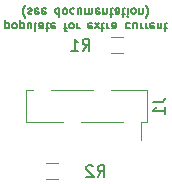
<source format=gbo>
G04 #@! TF.FileFunction,Legend,Bot*
%FSLAX46Y46*%
G04 Gerber Fmt 4.6, Leading zero omitted, Abs format (unit mm)*
G04 Created by KiCad (PCBNEW 4.0.7) date 02/19/18 15:56:58*
%MOMM*%
%LPD*%
G01*
G04 APERTURE LIST*
%ADD10C,0.100000*%
%ADD11C,0.175000*%
%ADD12C,0.120000*%
%ADD13C,0.150000*%
G04 APERTURE END LIST*
D10*
D11*
X160662869Y-85801039D02*
X160662869Y-85101039D01*
X160662869Y-85767706D02*
X160729535Y-85801039D01*
X160862869Y-85801039D01*
X160929535Y-85767706D01*
X160962869Y-85734372D01*
X160996202Y-85667706D01*
X160996202Y-85467706D01*
X160962869Y-85401039D01*
X160929535Y-85367706D01*
X160862869Y-85334372D01*
X160729535Y-85334372D01*
X160662869Y-85367706D01*
X161396202Y-85334372D02*
X161329535Y-85367706D01*
X161296202Y-85401039D01*
X161262868Y-85467706D01*
X161262868Y-85667706D01*
X161296202Y-85734372D01*
X161329535Y-85767706D01*
X161396202Y-85801039D01*
X161496202Y-85801039D01*
X161562868Y-85767706D01*
X161596202Y-85734372D01*
X161629535Y-85667706D01*
X161629535Y-85467706D01*
X161596202Y-85401039D01*
X161562868Y-85367706D01*
X161496202Y-85334372D01*
X161396202Y-85334372D01*
X161929535Y-85801039D02*
X161929535Y-85101039D01*
X161929535Y-85767706D02*
X161996201Y-85801039D01*
X162129535Y-85801039D01*
X162196201Y-85767706D01*
X162229535Y-85734372D01*
X162262868Y-85667706D01*
X162262868Y-85467706D01*
X162229535Y-85401039D01*
X162196201Y-85367706D01*
X162129535Y-85334372D01*
X161996201Y-85334372D01*
X161929535Y-85367706D01*
X162862868Y-85801039D02*
X162862868Y-85334372D01*
X162562868Y-85801039D02*
X162562868Y-85434372D01*
X162596201Y-85367706D01*
X162662868Y-85334372D01*
X162762868Y-85334372D01*
X162829534Y-85367706D01*
X162862868Y-85401039D01*
X163296201Y-85334372D02*
X163229534Y-85367706D01*
X163196201Y-85434372D01*
X163196201Y-86034372D01*
X163862868Y-85334372D02*
X163862868Y-85701039D01*
X163829534Y-85767706D01*
X163762868Y-85801039D01*
X163629534Y-85801039D01*
X163562868Y-85767706D01*
X163862868Y-85367706D02*
X163796201Y-85334372D01*
X163629534Y-85334372D01*
X163562868Y-85367706D01*
X163529534Y-85434372D01*
X163529534Y-85501039D01*
X163562868Y-85567706D01*
X163629534Y-85601039D01*
X163796201Y-85601039D01*
X163862868Y-85634372D01*
X164096201Y-85801039D02*
X164362867Y-85801039D01*
X164196201Y-86034372D02*
X164196201Y-85434372D01*
X164229534Y-85367706D01*
X164296201Y-85334372D01*
X164362867Y-85334372D01*
X164862867Y-85367706D02*
X164796201Y-85334372D01*
X164662867Y-85334372D01*
X164596201Y-85367706D01*
X164562867Y-85434372D01*
X164562867Y-85701039D01*
X164596201Y-85767706D01*
X164662867Y-85801039D01*
X164796201Y-85801039D01*
X164862867Y-85767706D01*
X164896201Y-85701039D01*
X164896201Y-85634372D01*
X164562867Y-85567706D01*
X165629534Y-85801039D02*
X165896200Y-85801039D01*
X165729534Y-85334372D02*
X165729534Y-85934372D01*
X165762867Y-86001039D01*
X165829534Y-86034372D01*
X165896200Y-86034372D01*
X166229534Y-85334372D02*
X166162867Y-85367706D01*
X166129534Y-85401039D01*
X166096200Y-85467706D01*
X166096200Y-85667706D01*
X166129534Y-85734372D01*
X166162867Y-85767706D01*
X166229534Y-85801039D01*
X166329534Y-85801039D01*
X166396200Y-85767706D01*
X166429534Y-85734372D01*
X166462867Y-85667706D01*
X166462867Y-85467706D01*
X166429534Y-85401039D01*
X166396200Y-85367706D01*
X166329534Y-85334372D01*
X166229534Y-85334372D01*
X166762867Y-85334372D02*
X166762867Y-85801039D01*
X166762867Y-85667706D02*
X166796200Y-85734372D01*
X166829533Y-85767706D01*
X166896200Y-85801039D01*
X166962867Y-85801039D01*
X167996199Y-85367706D02*
X167929533Y-85334372D01*
X167796199Y-85334372D01*
X167729533Y-85367706D01*
X167696199Y-85434372D01*
X167696199Y-85701039D01*
X167729533Y-85767706D01*
X167796199Y-85801039D01*
X167929533Y-85801039D01*
X167996199Y-85767706D01*
X168029533Y-85701039D01*
X168029533Y-85634372D01*
X167696199Y-85567706D01*
X168262866Y-85334372D02*
X168629533Y-85801039D01*
X168262866Y-85801039D02*
X168629533Y-85334372D01*
X168796200Y-85801039D02*
X169062866Y-85801039D01*
X168896200Y-86034372D02*
X168896200Y-85434372D01*
X168929533Y-85367706D01*
X168996200Y-85334372D01*
X169062866Y-85334372D01*
X169296200Y-85334372D02*
X169296200Y-85801039D01*
X169296200Y-85667706D02*
X169329533Y-85734372D01*
X169362866Y-85767706D01*
X169429533Y-85801039D01*
X169496200Y-85801039D01*
X170029533Y-85334372D02*
X170029533Y-85701039D01*
X169996199Y-85767706D01*
X169929533Y-85801039D01*
X169796199Y-85801039D01*
X169729533Y-85767706D01*
X170029533Y-85367706D02*
X169962866Y-85334372D01*
X169796199Y-85334372D01*
X169729533Y-85367706D01*
X169696199Y-85434372D01*
X169696199Y-85501039D01*
X169729533Y-85567706D01*
X169796199Y-85601039D01*
X169962866Y-85601039D01*
X170029533Y-85634372D01*
X171196199Y-85367706D02*
X171129532Y-85334372D01*
X170996199Y-85334372D01*
X170929532Y-85367706D01*
X170896199Y-85401039D01*
X170862865Y-85467706D01*
X170862865Y-85667706D01*
X170896199Y-85734372D01*
X170929532Y-85767706D01*
X170996199Y-85801039D01*
X171129532Y-85801039D01*
X171196199Y-85767706D01*
X171796199Y-85801039D02*
X171796199Y-85334372D01*
X171496199Y-85801039D02*
X171496199Y-85434372D01*
X171529532Y-85367706D01*
X171596199Y-85334372D01*
X171696199Y-85334372D01*
X171762865Y-85367706D01*
X171796199Y-85401039D01*
X172129532Y-85334372D02*
X172129532Y-85801039D01*
X172129532Y-85667706D02*
X172162865Y-85734372D01*
X172196198Y-85767706D01*
X172262865Y-85801039D01*
X172329532Y-85801039D01*
X172562865Y-85334372D02*
X172562865Y-85801039D01*
X172562865Y-85667706D02*
X172596198Y-85734372D01*
X172629531Y-85767706D01*
X172696198Y-85801039D01*
X172762865Y-85801039D01*
X173262864Y-85367706D02*
X173196198Y-85334372D01*
X173062864Y-85334372D01*
X172996198Y-85367706D01*
X172962864Y-85434372D01*
X172962864Y-85701039D01*
X172996198Y-85767706D01*
X173062864Y-85801039D01*
X173196198Y-85801039D01*
X173262864Y-85767706D01*
X173296198Y-85701039D01*
X173296198Y-85634372D01*
X172962864Y-85567706D01*
X173596198Y-85801039D02*
X173596198Y-85334372D01*
X173596198Y-85734372D02*
X173629531Y-85767706D01*
X173696198Y-85801039D01*
X173796198Y-85801039D01*
X173862864Y-85767706D01*
X173896198Y-85701039D01*
X173896198Y-85334372D01*
X174129531Y-85801039D02*
X174396197Y-85801039D01*
X174229531Y-86034372D02*
X174229531Y-85434372D01*
X174262864Y-85367706D01*
X174329531Y-85334372D01*
X174396197Y-85334372D01*
X162379535Y-83842706D02*
X162346201Y-83876039D01*
X162279535Y-83976039D01*
X162246201Y-84042706D01*
X162212868Y-84142706D01*
X162179535Y-84309372D01*
X162179535Y-84442706D01*
X162212868Y-84609372D01*
X162246201Y-84709372D01*
X162279535Y-84776039D01*
X162346201Y-84876039D01*
X162379535Y-84909372D01*
X162612868Y-84142706D02*
X162679535Y-84109372D01*
X162812868Y-84109372D01*
X162879535Y-84142706D01*
X162912868Y-84209372D01*
X162912868Y-84242706D01*
X162879535Y-84309372D01*
X162812868Y-84342706D01*
X162712868Y-84342706D01*
X162646202Y-84376039D01*
X162612868Y-84442706D01*
X162612868Y-84476039D01*
X162646202Y-84542706D01*
X162712868Y-84576039D01*
X162812868Y-84576039D01*
X162879535Y-84542706D01*
X163479535Y-84142706D02*
X163412869Y-84109372D01*
X163279535Y-84109372D01*
X163212869Y-84142706D01*
X163179535Y-84209372D01*
X163179535Y-84476039D01*
X163212869Y-84542706D01*
X163279535Y-84576039D01*
X163412869Y-84576039D01*
X163479535Y-84542706D01*
X163512869Y-84476039D01*
X163512869Y-84409372D01*
X163179535Y-84342706D01*
X164079535Y-84142706D02*
X164012869Y-84109372D01*
X163879535Y-84109372D01*
X163812869Y-84142706D01*
X163779535Y-84209372D01*
X163779535Y-84476039D01*
X163812869Y-84542706D01*
X163879535Y-84576039D01*
X164012869Y-84576039D01*
X164079535Y-84542706D01*
X164112869Y-84476039D01*
X164112869Y-84409372D01*
X163779535Y-84342706D01*
X165246202Y-84109372D02*
X165246202Y-84809372D01*
X165246202Y-84142706D02*
X165179535Y-84109372D01*
X165046202Y-84109372D01*
X164979535Y-84142706D01*
X164946202Y-84176039D01*
X164912868Y-84242706D01*
X164912868Y-84442706D01*
X164946202Y-84509372D01*
X164979535Y-84542706D01*
X165046202Y-84576039D01*
X165179535Y-84576039D01*
X165246202Y-84542706D01*
X165679535Y-84109372D02*
X165612868Y-84142706D01*
X165579535Y-84176039D01*
X165546201Y-84242706D01*
X165546201Y-84442706D01*
X165579535Y-84509372D01*
X165612868Y-84542706D01*
X165679535Y-84576039D01*
X165779535Y-84576039D01*
X165846201Y-84542706D01*
X165879535Y-84509372D01*
X165912868Y-84442706D01*
X165912868Y-84242706D01*
X165879535Y-84176039D01*
X165846201Y-84142706D01*
X165779535Y-84109372D01*
X165679535Y-84109372D01*
X166512868Y-84142706D02*
X166446201Y-84109372D01*
X166312868Y-84109372D01*
X166246201Y-84142706D01*
X166212868Y-84176039D01*
X166179534Y-84242706D01*
X166179534Y-84442706D01*
X166212868Y-84509372D01*
X166246201Y-84542706D01*
X166312868Y-84576039D01*
X166446201Y-84576039D01*
X166512868Y-84542706D01*
X167112868Y-84576039D02*
X167112868Y-84109372D01*
X166812868Y-84576039D02*
X166812868Y-84209372D01*
X166846201Y-84142706D01*
X166912868Y-84109372D01*
X167012868Y-84109372D01*
X167079534Y-84142706D01*
X167112868Y-84176039D01*
X167446201Y-84109372D02*
X167446201Y-84576039D01*
X167446201Y-84509372D02*
X167479534Y-84542706D01*
X167546201Y-84576039D01*
X167646201Y-84576039D01*
X167712867Y-84542706D01*
X167746201Y-84476039D01*
X167746201Y-84109372D01*
X167746201Y-84476039D02*
X167779534Y-84542706D01*
X167846201Y-84576039D01*
X167946201Y-84576039D01*
X168012867Y-84542706D01*
X168046201Y-84476039D01*
X168046201Y-84109372D01*
X168646200Y-84142706D02*
X168579534Y-84109372D01*
X168446200Y-84109372D01*
X168379534Y-84142706D01*
X168346200Y-84209372D01*
X168346200Y-84476039D01*
X168379534Y-84542706D01*
X168446200Y-84576039D01*
X168579534Y-84576039D01*
X168646200Y-84542706D01*
X168679534Y-84476039D01*
X168679534Y-84409372D01*
X168346200Y-84342706D01*
X168979534Y-84576039D02*
X168979534Y-84109372D01*
X168979534Y-84509372D02*
X169012867Y-84542706D01*
X169079534Y-84576039D01*
X169179534Y-84576039D01*
X169246200Y-84542706D01*
X169279534Y-84476039D01*
X169279534Y-84109372D01*
X169512867Y-84576039D02*
X169779533Y-84576039D01*
X169612867Y-84809372D02*
X169612867Y-84209372D01*
X169646200Y-84142706D01*
X169712867Y-84109372D01*
X169779533Y-84109372D01*
X170312867Y-84109372D02*
X170312867Y-84476039D01*
X170279533Y-84542706D01*
X170212867Y-84576039D01*
X170079533Y-84576039D01*
X170012867Y-84542706D01*
X170312867Y-84142706D02*
X170246200Y-84109372D01*
X170079533Y-84109372D01*
X170012867Y-84142706D01*
X169979533Y-84209372D01*
X169979533Y-84276039D01*
X170012867Y-84342706D01*
X170079533Y-84376039D01*
X170246200Y-84376039D01*
X170312867Y-84409372D01*
X170546200Y-84576039D02*
X170812866Y-84576039D01*
X170646200Y-84809372D02*
X170646200Y-84209372D01*
X170679533Y-84142706D01*
X170746200Y-84109372D01*
X170812866Y-84109372D01*
X171046200Y-84109372D02*
X171046200Y-84576039D01*
X171046200Y-84809372D02*
X171012866Y-84776039D01*
X171046200Y-84742706D01*
X171079533Y-84776039D01*
X171046200Y-84809372D01*
X171046200Y-84742706D01*
X171479533Y-84109372D02*
X171412866Y-84142706D01*
X171379533Y-84176039D01*
X171346199Y-84242706D01*
X171346199Y-84442706D01*
X171379533Y-84509372D01*
X171412866Y-84542706D01*
X171479533Y-84576039D01*
X171579533Y-84576039D01*
X171646199Y-84542706D01*
X171679533Y-84509372D01*
X171712866Y-84442706D01*
X171712866Y-84242706D01*
X171679533Y-84176039D01*
X171646199Y-84142706D01*
X171579533Y-84109372D01*
X171479533Y-84109372D01*
X172012866Y-84576039D02*
X172012866Y-84109372D01*
X172012866Y-84509372D02*
X172046199Y-84542706D01*
X172112866Y-84576039D01*
X172212866Y-84576039D01*
X172279532Y-84542706D01*
X172312866Y-84476039D01*
X172312866Y-84109372D01*
X172579532Y-83842706D02*
X172612865Y-83876039D01*
X172679532Y-83976039D01*
X172712865Y-84042706D01*
X172746199Y-84142706D01*
X172779532Y-84309372D01*
X172779532Y-84442706D01*
X172746199Y-84609372D01*
X172712865Y-84709372D01*
X172679532Y-84776039D01*
X172612865Y-84876039D01*
X172579532Y-84909372D01*
D12*
X172709533Y-93708539D02*
X172709533Y-91048539D01*
X162429533Y-93708539D02*
X162429533Y-91048539D01*
X172709533Y-91048539D02*
X169599533Y-91048539D01*
X172139533Y-93708539D02*
X172139533Y-95228539D01*
X172709533Y-93708539D02*
X172139533Y-93708539D01*
X162999533Y-91048539D02*
X162429533Y-91048539D01*
X168079533Y-91048539D02*
X164519533Y-91048539D01*
X170619533Y-93708539D02*
X167059533Y-93708539D01*
X165539533Y-93708539D02*
X162429533Y-93708539D01*
X169599533Y-87898539D02*
X170599533Y-87898539D01*
X170599533Y-86538539D02*
X169599533Y-86538539D01*
X165099533Y-97188539D02*
X164099533Y-97188539D01*
X164099533Y-98548539D02*
X165099533Y-98548539D01*
D13*
X173161914Y-92045206D02*
X173876200Y-92045206D01*
X174019057Y-91997586D01*
X174114295Y-91902348D01*
X174161914Y-91759491D01*
X174161914Y-91664253D01*
X174161914Y-93045206D02*
X174161914Y-92473777D01*
X174161914Y-92759491D02*
X173161914Y-92759491D01*
X173304771Y-92664253D01*
X173400009Y-92569015D01*
X173447628Y-92473777D01*
X167226199Y-87690920D02*
X167559533Y-87214729D01*
X167797628Y-87690920D02*
X167797628Y-86690920D01*
X167416675Y-86690920D01*
X167321437Y-86738539D01*
X167273818Y-86786158D01*
X167226199Y-86881396D01*
X167226199Y-87024253D01*
X167273818Y-87119491D01*
X167321437Y-87167110D01*
X167416675Y-87214729D01*
X167797628Y-87214729D01*
X166273818Y-87690920D02*
X166845247Y-87690920D01*
X166559533Y-87690920D02*
X166559533Y-86690920D01*
X166654771Y-86833777D01*
X166750009Y-86929015D01*
X166845247Y-86976634D01*
X168486199Y-98390920D02*
X168819533Y-97914729D01*
X169057628Y-98390920D02*
X169057628Y-97390920D01*
X168676675Y-97390920D01*
X168581437Y-97438539D01*
X168533818Y-97486158D01*
X168486199Y-97581396D01*
X168486199Y-97724253D01*
X168533818Y-97819491D01*
X168581437Y-97867110D01*
X168676675Y-97914729D01*
X169057628Y-97914729D01*
X168105247Y-97486158D02*
X168057628Y-97438539D01*
X167962390Y-97390920D01*
X167724294Y-97390920D01*
X167629056Y-97438539D01*
X167581437Y-97486158D01*
X167533818Y-97581396D01*
X167533818Y-97676634D01*
X167581437Y-97819491D01*
X168152866Y-98390920D01*
X167533818Y-98390920D01*
M02*

</source>
